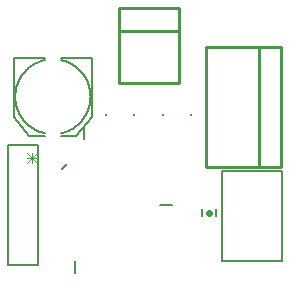
<source format=gto>
G75*
%MOIN*%
%OFA0B0*%
%FSLAX25Y25*%
%IPPOS*%
%LPD*%
%AMOC8*
5,1,8,0,0,1.08239X$1,22.5*
%
%ADD10C,0.00600*%
%ADD11C,0.02200*%
%ADD12C,0.00800*%
%ADD13C,0.00500*%
%ADD14R,0.00787X0.00787*%
%ADD15C,0.00300*%
%ADD16C,0.01000*%
D10*
X0025507Y0010733D02*
X0025507Y0014733D01*
X0053807Y0033633D02*
X0057807Y0033633D01*
X0067945Y0032064D02*
X0067945Y0029702D01*
X0072670Y0029702D02*
X0072670Y0032064D01*
X0028707Y0055533D02*
X0028707Y0059633D01*
X0022907Y0047233D02*
X0021307Y0045633D01*
D11*
X0070187Y0030883D02*
X0070428Y0030883D01*
D12*
X0031150Y0062990D02*
X0026031Y0056691D01*
X0020854Y0056691D01*
X0015461Y0056691D02*
X0010283Y0056691D01*
X0005165Y0062990D01*
X0005165Y0082675D01*
X0015461Y0082675D01*
X0020854Y0082675D02*
X0031150Y0082675D01*
X0031150Y0062990D01*
X0020855Y0057478D02*
X0021151Y0057544D01*
X0021447Y0057617D01*
X0021740Y0057696D01*
X0022031Y0057783D01*
X0022320Y0057878D01*
X0022607Y0057979D01*
X0022891Y0058087D01*
X0023173Y0058202D01*
X0023451Y0058324D01*
X0023727Y0058452D01*
X0023999Y0058588D01*
X0024268Y0058730D01*
X0024533Y0058878D01*
X0024795Y0059033D01*
X0025052Y0059194D01*
X0025306Y0059361D01*
X0025556Y0059535D01*
X0025801Y0059714D01*
X0026042Y0059900D01*
X0026278Y0060091D01*
X0026510Y0060288D01*
X0026736Y0060491D01*
X0026958Y0060699D01*
X0027175Y0060912D01*
X0027386Y0061131D01*
X0027592Y0061355D01*
X0027792Y0061583D01*
X0027987Y0061817D01*
X0028176Y0062055D01*
X0028359Y0062298D01*
X0028536Y0062545D01*
X0028707Y0062796D01*
X0028872Y0063052D01*
X0029030Y0063311D01*
X0029183Y0063574D01*
X0029328Y0063841D01*
X0029467Y0064111D01*
X0029600Y0064385D01*
X0029726Y0064661D01*
X0029845Y0064941D01*
X0029957Y0065224D01*
X0030062Y0065509D01*
X0030161Y0065797D01*
X0030252Y0066087D01*
X0030336Y0066379D01*
X0030413Y0066673D01*
X0030483Y0066969D01*
X0030545Y0067266D01*
X0030601Y0067565D01*
X0030649Y0067865D01*
X0030689Y0068167D01*
X0030723Y0068469D01*
X0030749Y0068772D01*
X0030767Y0069075D01*
X0030778Y0069379D01*
X0030782Y0069683D01*
X0030778Y0069987D01*
X0030767Y0070291D01*
X0030749Y0070594D01*
X0030723Y0070897D01*
X0030689Y0071199D01*
X0030649Y0071501D01*
X0030601Y0071801D01*
X0030545Y0072100D01*
X0030483Y0072397D01*
X0030413Y0072693D01*
X0030336Y0072987D01*
X0030252Y0073279D01*
X0030161Y0073569D01*
X0030062Y0073857D01*
X0029957Y0074142D01*
X0029845Y0074425D01*
X0029726Y0074705D01*
X0029600Y0074981D01*
X0029467Y0075255D01*
X0029328Y0075525D01*
X0029183Y0075792D01*
X0029030Y0076055D01*
X0028872Y0076314D01*
X0028707Y0076570D01*
X0028536Y0076821D01*
X0028359Y0077068D01*
X0028176Y0077311D01*
X0027987Y0077549D01*
X0027792Y0077783D01*
X0027592Y0078011D01*
X0027386Y0078235D01*
X0027175Y0078454D01*
X0026958Y0078667D01*
X0026736Y0078875D01*
X0026510Y0079078D01*
X0026278Y0079275D01*
X0026042Y0079466D01*
X0025801Y0079652D01*
X0025556Y0079831D01*
X0025306Y0080005D01*
X0025052Y0080172D01*
X0024795Y0080333D01*
X0024533Y0080488D01*
X0024268Y0080636D01*
X0023999Y0080778D01*
X0023727Y0080914D01*
X0023451Y0081042D01*
X0023173Y0081164D01*
X0022891Y0081279D01*
X0022607Y0081387D01*
X0022320Y0081488D01*
X0022031Y0081583D01*
X0021740Y0081670D01*
X0021447Y0081749D01*
X0021151Y0081822D01*
X0020855Y0081888D01*
X0015460Y0081888D02*
X0015164Y0081817D01*
X0014870Y0081740D01*
X0014577Y0081656D01*
X0014287Y0081564D01*
X0013999Y0081466D01*
X0013714Y0081360D01*
X0013431Y0081248D01*
X0013151Y0081128D01*
X0012874Y0081002D01*
X0012600Y0080869D01*
X0012330Y0080730D01*
X0012063Y0080584D01*
X0011799Y0080432D01*
X0011540Y0080273D01*
X0011284Y0080108D01*
X0011032Y0079937D01*
X0010785Y0079759D01*
X0010542Y0079576D01*
X0010304Y0079387D01*
X0010070Y0079192D01*
X0009841Y0078992D01*
X0009617Y0078786D01*
X0009398Y0078574D01*
X0009184Y0078358D01*
X0008976Y0078136D01*
X0008773Y0077909D01*
X0008576Y0077678D01*
X0008384Y0077441D01*
X0008198Y0077200D01*
X0008018Y0076955D01*
X0007844Y0076705D01*
X0007677Y0076451D01*
X0007515Y0076193D01*
X0007360Y0075932D01*
X0007211Y0075666D01*
X0007069Y0075397D01*
X0006933Y0075125D01*
X0006804Y0074849D01*
X0006682Y0074571D01*
X0006566Y0074289D01*
X0006457Y0074005D01*
X0006356Y0073718D01*
X0006261Y0073429D01*
X0006173Y0073137D01*
X0006093Y0072844D01*
X0006020Y0072548D01*
X0005954Y0072251D01*
X0005895Y0071953D01*
X0005843Y0071653D01*
X0005799Y0071352D01*
X0005762Y0071050D01*
X0005732Y0070747D01*
X0005710Y0070443D01*
X0005695Y0070139D01*
X0005688Y0069835D01*
X0005688Y0069531D01*
X0005695Y0069227D01*
X0005710Y0068923D01*
X0005732Y0068619D01*
X0005762Y0068316D01*
X0005799Y0068014D01*
X0005843Y0067713D01*
X0005895Y0067413D01*
X0005954Y0067115D01*
X0006020Y0066818D01*
X0006093Y0066522D01*
X0006173Y0066229D01*
X0006261Y0065937D01*
X0006356Y0065648D01*
X0006457Y0065361D01*
X0006566Y0065077D01*
X0006682Y0064795D01*
X0006804Y0064517D01*
X0006933Y0064241D01*
X0007069Y0063969D01*
X0007211Y0063700D01*
X0007360Y0063434D01*
X0007515Y0063173D01*
X0007677Y0062915D01*
X0007844Y0062661D01*
X0008018Y0062411D01*
X0008198Y0062166D01*
X0008384Y0061925D01*
X0008576Y0061688D01*
X0008773Y0061457D01*
X0008976Y0061230D01*
X0009184Y0061008D01*
X0009398Y0060792D01*
X0009617Y0060580D01*
X0009841Y0060374D01*
X0010070Y0060174D01*
X0010304Y0059979D01*
X0010542Y0059790D01*
X0010785Y0059607D01*
X0011032Y0059429D01*
X0011284Y0059258D01*
X0011540Y0059093D01*
X0011799Y0058934D01*
X0012063Y0058782D01*
X0012330Y0058636D01*
X0012600Y0058497D01*
X0012874Y0058364D01*
X0013151Y0058238D01*
X0013431Y0058118D01*
X0013714Y0058006D01*
X0013999Y0057900D01*
X0014287Y0057802D01*
X0014577Y0057710D01*
X0014870Y0057626D01*
X0015164Y0057549D01*
X0015460Y0057478D01*
D13*
X0003157Y0053633D02*
X0003157Y0013633D01*
X0013157Y0013633D01*
X0013157Y0053633D01*
X0003157Y0053633D01*
X0074657Y0044883D02*
X0074657Y0014883D01*
X0094657Y0014883D01*
X0094657Y0044883D01*
X0074657Y0044883D01*
D14*
X0064307Y0063640D03*
X0054807Y0063640D03*
X0045307Y0063640D03*
X0035807Y0063640D03*
D15*
X0012793Y0050803D02*
X0009657Y0047667D01*
X0012793Y0050803D01*
X0011225Y0050803D02*
X0011225Y0047667D01*
X0011225Y0050803D01*
X0009657Y0050803D02*
X0012793Y0047667D01*
X0009657Y0050803D01*
X0009657Y0049235D02*
X0012793Y0049235D01*
X0009657Y0049235D01*
D16*
X0040357Y0074083D02*
X0040357Y0091583D01*
X0060357Y0091583D01*
X0060357Y0074083D01*
X0040357Y0074083D01*
X0040357Y0091583D02*
X0040357Y0099083D01*
X0060357Y0099083D01*
X0060357Y0091583D01*
X0069357Y0086333D02*
X0086857Y0086333D01*
X0086857Y0046333D01*
X0069357Y0046333D01*
X0069357Y0086333D01*
X0086857Y0086333D02*
X0094357Y0086333D01*
X0094357Y0046333D01*
X0086857Y0046333D01*
M02*

</source>
